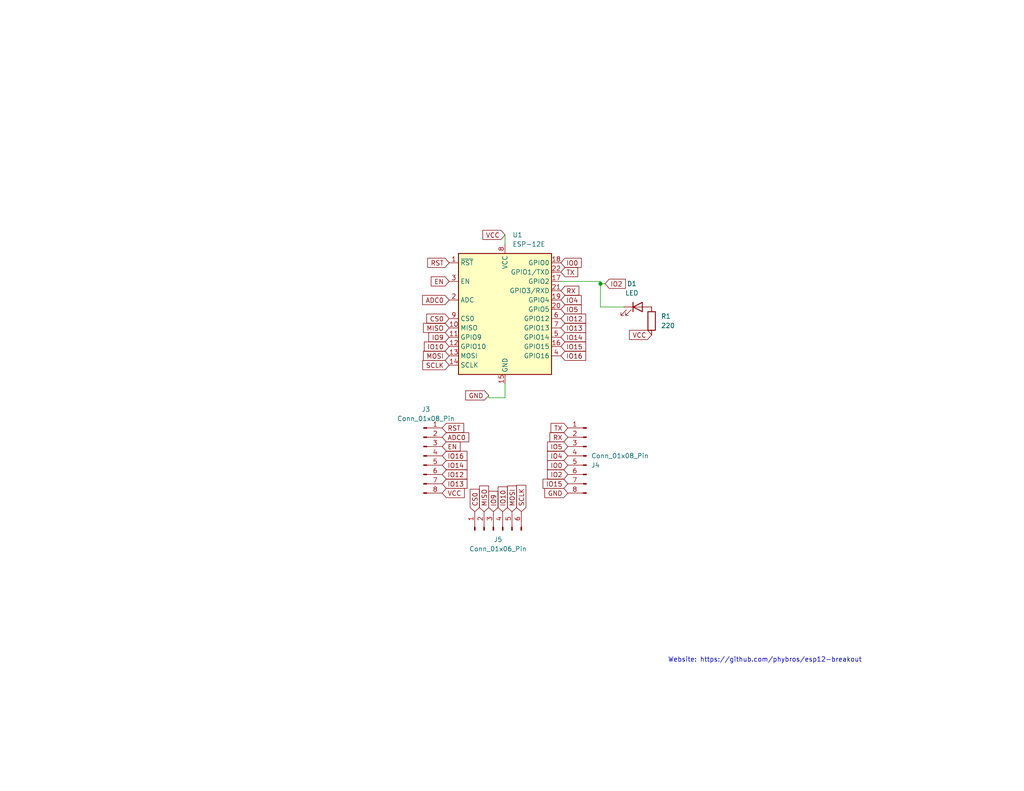
<source format=kicad_sch>
(kicad_sch
	(version 20231120)
	(generator "eeschema")
	(generator_version "8.0")
	(uuid "467bce9d-2345-40ec-a003-834a8658ef79")
	(paper "USLetter")
	(title_block
		(title "ESP-12E/F Breakout Board")
		(date "2022-10-18")
		(rev "1.1")
	)
	(lib_symbols
		(symbol "Connector:Conn_01x06_Pin"
			(pin_names
				(offset 1.016) hide)
			(exclude_from_sim no)
			(in_bom yes)
			(on_board yes)
			(property "Reference" "J"
				(at 0 7.62 0)
				(effects
					(font
						(size 1.27 1.27)
					)
				)
			)
			(property "Value" "Conn_01x06_Pin"
				(at 0 -10.16 0)
				(effects
					(font
						(size 1.27 1.27)
					)
				)
			)
			(property "Footprint" ""
				(at 0 0 0)
				(effects
					(font
						(size 1.27 1.27)
					)
					(hide yes)
				)
			)
			(property "Datasheet" "~"
				(at 0 0 0)
				(effects
					(font
						(size 1.27 1.27)
					)
					(hide yes)
				)
			)
			(property "Description" "Generic connector, single row, 01x06, script generated"
				(at 0 0 0)
				(effects
					(font
						(size 1.27 1.27)
					)
					(hide yes)
				)
			)
			(property "ki_locked" ""
				(at 0 0 0)
				(effects
					(font
						(size 1.27 1.27)
					)
				)
			)
			(property "ki_keywords" "connector"
				(at 0 0 0)
				(effects
					(font
						(size 1.27 1.27)
					)
					(hide yes)
				)
			)
			(property "ki_fp_filters" "Connector*:*_1x??_*"
				(at 0 0 0)
				(effects
					(font
						(size 1.27 1.27)
					)
					(hide yes)
				)
			)
			(symbol "Conn_01x06_Pin_1_1"
				(polyline
					(pts
						(xy 1.27 -7.62) (xy 0.8636 -7.62)
					)
					(stroke
						(width 0.1524)
						(type default)
					)
					(fill
						(type none)
					)
				)
				(polyline
					(pts
						(xy 1.27 -5.08) (xy 0.8636 -5.08)
					)
					(stroke
						(width 0.1524)
						(type default)
					)
					(fill
						(type none)
					)
				)
				(polyline
					(pts
						(xy 1.27 -2.54) (xy 0.8636 -2.54)
					)
					(stroke
						(width 0.1524)
						(type default)
					)
					(fill
						(type none)
					)
				)
				(polyline
					(pts
						(xy 1.27 0) (xy 0.8636 0)
					)
					(stroke
						(width 0.1524)
						(type default)
					)
					(fill
						(type none)
					)
				)
				(polyline
					(pts
						(xy 1.27 2.54) (xy 0.8636 2.54)
					)
					(stroke
						(width 0.1524)
						(type default)
					)
					(fill
						(type none)
					)
				)
				(polyline
					(pts
						(xy 1.27 5.08) (xy 0.8636 5.08)
					)
					(stroke
						(width 0.1524)
						(type default)
					)
					(fill
						(type none)
					)
				)
				(rectangle
					(start 0.8636 -7.493)
					(end 0 -7.747)
					(stroke
						(width 0.1524)
						(type default)
					)
					(fill
						(type outline)
					)
				)
				(rectangle
					(start 0.8636 -4.953)
					(end 0 -5.207)
					(stroke
						(width 0.1524)
						(type default)
					)
					(fill
						(type outline)
					)
				)
				(rectangle
					(start 0.8636 -2.413)
					(end 0 -2.667)
					(stroke
						(width 0.1524)
						(type default)
					)
					(fill
						(type outline)
					)
				)
				(rectangle
					(start 0.8636 0.127)
					(end 0 -0.127)
					(stroke
						(width 0.1524)
						(type default)
					)
					(fill
						(type outline)
					)
				)
				(rectangle
					(start 0.8636 2.667)
					(end 0 2.413)
					(stroke
						(width 0.1524)
						(type default)
					)
					(fill
						(type outline)
					)
				)
				(rectangle
					(start 0.8636 5.207)
					(end 0 4.953)
					(stroke
						(width 0.1524)
						(type default)
					)
					(fill
						(type outline)
					)
				)
				(pin passive line
					(at 5.08 5.08 180)
					(length 3.81)
					(name "Pin_1"
						(effects
							(font
								(size 1.27 1.27)
							)
						)
					)
					(number "1"
						(effects
							(font
								(size 1.27 1.27)
							)
						)
					)
				)
				(pin passive line
					(at 5.08 2.54 180)
					(length 3.81)
					(name "Pin_2"
						(effects
							(font
								(size 1.27 1.27)
							)
						)
					)
					(number "2"
						(effects
							(font
								(size 1.27 1.27)
							)
						)
					)
				)
				(pin passive line
					(at 5.08 0 180)
					(length 3.81)
					(name "Pin_3"
						(effects
							(font
								(size 1.27 1.27)
							)
						)
					)
					(number "3"
						(effects
							(font
								(size 1.27 1.27)
							)
						)
					)
				)
				(pin passive line
					(at 5.08 -2.54 180)
					(length 3.81)
					(name "Pin_4"
						(effects
							(font
								(size 1.27 1.27)
							)
						)
					)
					(number "4"
						(effects
							(font
								(size 1.27 1.27)
							)
						)
					)
				)
				(pin passive line
					(at 5.08 -5.08 180)
					(length 3.81)
					(name "Pin_5"
						(effects
							(font
								(size 1.27 1.27)
							)
						)
					)
					(number "5"
						(effects
							(font
								(size 1.27 1.27)
							)
						)
					)
				)
				(pin passive line
					(at 5.08 -7.62 180)
					(length 3.81)
					(name "Pin_6"
						(effects
							(font
								(size 1.27 1.27)
							)
						)
					)
					(number "6"
						(effects
							(font
								(size 1.27 1.27)
							)
						)
					)
				)
			)
		)
		(symbol "Connector:Conn_01x08_Pin"
			(pin_names
				(offset 1.016) hide)
			(exclude_from_sim no)
			(in_bom yes)
			(on_board yes)
			(property "Reference" "J"
				(at 0 10.16 0)
				(effects
					(font
						(size 1.27 1.27)
					)
				)
			)
			(property "Value" "Conn_01x08_Pin"
				(at 0 -12.7 0)
				(effects
					(font
						(size 1.27 1.27)
					)
				)
			)
			(property "Footprint" ""
				(at 0 0 0)
				(effects
					(font
						(size 1.27 1.27)
					)
					(hide yes)
				)
			)
			(property "Datasheet" "~"
				(at 0 0 0)
				(effects
					(font
						(size 1.27 1.27)
					)
					(hide yes)
				)
			)
			(property "Description" "Generic connector, single row, 01x08, script generated"
				(at 0 0 0)
				(effects
					(font
						(size 1.27 1.27)
					)
					(hide yes)
				)
			)
			(property "ki_locked" ""
				(at 0 0 0)
				(effects
					(font
						(size 1.27 1.27)
					)
				)
			)
			(property "ki_keywords" "connector"
				(at 0 0 0)
				(effects
					(font
						(size 1.27 1.27)
					)
					(hide yes)
				)
			)
			(property "ki_fp_filters" "Connector*:*_1x??_*"
				(at 0 0 0)
				(effects
					(font
						(size 1.27 1.27)
					)
					(hide yes)
				)
			)
			(symbol "Conn_01x08_Pin_1_1"
				(polyline
					(pts
						(xy 1.27 -10.16) (xy 0.8636 -10.16)
					)
					(stroke
						(width 0.1524)
						(type default)
					)
					(fill
						(type none)
					)
				)
				(polyline
					(pts
						(xy 1.27 -7.62) (xy 0.8636 -7.62)
					)
					(stroke
						(width 0.1524)
						(type default)
					)
					(fill
						(type none)
					)
				)
				(polyline
					(pts
						(xy 1.27 -5.08) (xy 0.8636 -5.08)
					)
					(stroke
						(width 0.1524)
						(type default)
					)
					(fill
						(type none)
					)
				)
				(polyline
					(pts
						(xy 1.27 -2.54) (xy 0.8636 -2.54)
					)
					(stroke
						(width 0.1524)
						(type default)
					)
					(fill
						(type none)
					)
				)
				(polyline
					(pts
						(xy 1.27 0) (xy 0.8636 0)
					)
					(stroke
						(width 0.1524)
						(type default)
					)
					(fill
						(type none)
					)
				)
				(polyline
					(pts
						(xy 1.27 2.54) (xy 0.8636 2.54)
					)
					(stroke
						(width 0.1524)
						(type default)
					)
					(fill
						(type none)
					)
				)
				(polyline
					(pts
						(xy 1.27 5.08) (xy 0.8636 5.08)
					)
					(stroke
						(width 0.1524)
						(type default)
					)
					(fill
						(type none)
					)
				)
				(polyline
					(pts
						(xy 1.27 7.62) (xy 0.8636 7.62)
					)
					(stroke
						(width 0.1524)
						(type default)
					)
					(fill
						(type none)
					)
				)
				(rectangle
					(start 0.8636 -10.033)
					(end 0 -10.287)
					(stroke
						(width 0.1524)
						(type default)
					)
					(fill
						(type outline)
					)
				)
				(rectangle
					(start 0.8636 -7.493)
					(end 0 -7.747)
					(stroke
						(width 0.1524)
						(type default)
					)
					(fill
						(type outline)
					)
				)
				(rectangle
					(start 0.8636 -4.953)
					(end 0 -5.207)
					(stroke
						(width 0.1524)
						(type default)
					)
					(fill
						(type outline)
					)
				)
				(rectangle
					(start 0.8636 -2.413)
					(end 0 -2.667)
					(stroke
						(width 0.1524)
						(type default)
					)
					(fill
						(type outline)
					)
				)
				(rectangle
					(start 0.8636 0.127)
					(end 0 -0.127)
					(stroke
						(width 0.1524)
						(type default)
					)
					(fill
						(type outline)
					)
				)
				(rectangle
					(start 0.8636 2.667)
					(end 0 2.413)
					(stroke
						(width 0.1524)
						(type default)
					)
					(fill
						(type outline)
					)
				)
				(rectangle
					(start 0.8636 5.207)
					(end 0 4.953)
					(stroke
						(width 0.1524)
						(type default)
					)
					(fill
						(type outline)
					)
				)
				(rectangle
					(start 0.8636 7.747)
					(end 0 7.493)
					(stroke
						(width 0.1524)
						(type default)
					)
					(fill
						(type outline)
					)
				)
				(pin passive line
					(at 5.08 7.62 180)
					(length 3.81)
					(name "Pin_1"
						(effects
							(font
								(size 1.27 1.27)
							)
						)
					)
					(number "1"
						(effects
							(font
								(size 1.27 1.27)
							)
						)
					)
				)
				(pin passive line
					(at 5.08 5.08 180)
					(length 3.81)
					(name "Pin_2"
						(effects
							(font
								(size 1.27 1.27)
							)
						)
					)
					(number "2"
						(effects
							(font
								(size 1.27 1.27)
							)
						)
					)
				)
				(pin passive line
					(at 5.08 2.54 180)
					(length 3.81)
					(name "Pin_3"
						(effects
							(font
								(size 1.27 1.27)
							)
						)
					)
					(number "3"
						(effects
							(font
								(size 1.27 1.27)
							)
						)
					)
				)
				(pin passive line
					(at 5.08 0 180)
					(length 3.81)
					(name "Pin_4"
						(effects
							(font
								(size 1.27 1.27)
							)
						)
					)
					(number "4"
						(effects
							(font
								(size 1.27 1.27)
							)
						)
					)
				)
				(pin passive line
					(at 5.08 -2.54 180)
					(length 3.81)
					(name "Pin_5"
						(effects
							(font
								(size 1.27 1.27)
							)
						)
					)
					(number "5"
						(effects
							(font
								(size 1.27 1.27)
							)
						)
					)
				)
				(pin passive line
					(at 5.08 -5.08 180)
					(length 3.81)
					(name "Pin_6"
						(effects
							(font
								(size 1.27 1.27)
							)
						)
					)
					(number "6"
						(effects
							(font
								(size 1.27 1.27)
							)
						)
					)
				)
				(pin passive line
					(at 5.08 -7.62 180)
					(length 3.81)
					(name "Pin_7"
						(effects
							(font
								(size 1.27 1.27)
							)
						)
					)
					(number "7"
						(effects
							(font
								(size 1.27 1.27)
							)
						)
					)
				)
				(pin passive line
					(at 5.08 -10.16 180)
					(length 3.81)
					(name "Pin_8"
						(effects
							(font
								(size 1.27 1.27)
							)
						)
					)
					(number "8"
						(effects
							(font
								(size 1.27 1.27)
							)
						)
					)
				)
			)
		)
		(symbol "Device:LED"
			(pin_numbers hide)
			(pin_names
				(offset 1.016) hide)
			(exclude_from_sim no)
			(in_bom yes)
			(on_board yes)
			(property "Reference" "D"
				(at 0 2.54 0)
				(effects
					(font
						(size 1.27 1.27)
					)
				)
			)
			(property "Value" "LED"
				(at 0 -2.54 0)
				(effects
					(font
						(size 1.27 1.27)
					)
				)
			)
			(property "Footprint" ""
				(at 0 0 0)
				(effects
					(font
						(size 1.27 1.27)
					)
					(hide yes)
				)
			)
			(property "Datasheet" "~"
				(at 0 0 0)
				(effects
					(font
						(size 1.27 1.27)
					)
					(hide yes)
				)
			)
			(property "Description" "Light emitting diode"
				(at 0 0 0)
				(effects
					(font
						(size 1.27 1.27)
					)
					(hide yes)
				)
			)
			(property "ki_keywords" "LED diode"
				(at 0 0 0)
				(effects
					(font
						(size 1.27 1.27)
					)
					(hide yes)
				)
			)
			(property "ki_fp_filters" "LED* LED_SMD:* LED_THT:*"
				(at 0 0 0)
				(effects
					(font
						(size 1.27 1.27)
					)
					(hide yes)
				)
			)
			(symbol "LED_0_1"
				(polyline
					(pts
						(xy -1.27 -1.27) (xy -1.27 1.27)
					)
					(stroke
						(width 0.254)
						(type default)
					)
					(fill
						(type none)
					)
				)
				(polyline
					(pts
						(xy -1.27 0) (xy 1.27 0)
					)
					(stroke
						(width 0)
						(type default)
					)
					(fill
						(type none)
					)
				)
				(polyline
					(pts
						(xy 1.27 -1.27) (xy 1.27 1.27) (xy -1.27 0) (xy 1.27 -1.27)
					)
					(stroke
						(width 0.254)
						(type default)
					)
					(fill
						(type none)
					)
				)
				(polyline
					(pts
						(xy -3.048 -0.762) (xy -4.572 -2.286) (xy -3.81 -2.286) (xy -4.572 -2.286) (xy -4.572 -1.524)
					)
					(stroke
						(width 0)
						(type default)
					)
					(fill
						(type none)
					)
				)
				(polyline
					(pts
						(xy -1.778 -0.762) (xy -3.302 -2.286) (xy -2.54 -2.286) (xy -3.302 -2.286) (xy -3.302 -1.524)
					)
					(stroke
						(width 0)
						(type default)
					)
					(fill
						(type none)
					)
				)
			)
			(symbol "LED_1_1"
				(pin passive line
					(at -3.81 0 0)
					(length 2.54)
					(name "K"
						(effects
							(font
								(size 1.27 1.27)
							)
						)
					)
					(number "1"
						(effects
							(font
								(size 1.27 1.27)
							)
						)
					)
				)
				(pin passive line
					(at 3.81 0 180)
					(length 2.54)
					(name "A"
						(effects
							(font
								(size 1.27 1.27)
							)
						)
					)
					(number "2"
						(effects
							(font
								(size 1.27 1.27)
							)
						)
					)
				)
			)
		)
		(symbol "Device:R"
			(pin_numbers hide)
			(pin_names
				(offset 0)
			)
			(exclude_from_sim no)
			(in_bom yes)
			(on_board yes)
			(property "Reference" "R"
				(at 2.032 0 90)
				(effects
					(font
						(size 1.27 1.27)
					)
				)
			)
			(property "Value" "R"
				(at 0 0 90)
				(effects
					(font
						(size 1.27 1.27)
					)
				)
			)
			(property "Footprint" ""
				(at -1.778 0 90)
				(effects
					(font
						(size 1.27 1.27)
					)
					(hide yes)
				)
			)
			(property "Datasheet" "~"
				(at 0 0 0)
				(effects
					(font
						(size 1.27 1.27)
					)
					(hide yes)
				)
			)
			(property "Description" "Resistor"
				(at 0 0 0)
				(effects
					(font
						(size 1.27 1.27)
					)
					(hide yes)
				)
			)
			(property "ki_keywords" "R res resistor"
				(at 0 0 0)
				(effects
					(font
						(size 1.27 1.27)
					)
					(hide yes)
				)
			)
			(property "ki_fp_filters" "R_*"
				(at 0 0 0)
				(effects
					(font
						(size 1.27 1.27)
					)
					(hide yes)
				)
			)
			(symbol "R_0_1"
				(rectangle
					(start -1.016 -2.54)
					(end 1.016 2.54)
					(stroke
						(width 0.254)
						(type default)
					)
					(fill
						(type none)
					)
				)
			)
			(symbol "R_1_1"
				(pin passive line
					(at 0 3.81 270)
					(length 1.27)
					(name "~"
						(effects
							(font
								(size 1.27 1.27)
							)
						)
					)
					(number "1"
						(effects
							(font
								(size 1.27 1.27)
							)
						)
					)
				)
				(pin passive line
					(at 0 -3.81 90)
					(length 1.27)
					(name "~"
						(effects
							(font
								(size 1.27 1.27)
							)
						)
					)
					(number "2"
						(effects
							(font
								(size 1.27 1.27)
							)
						)
					)
				)
			)
		)
		(symbol "RF_Module:ESP-12E"
			(exclude_from_sim no)
			(in_bom yes)
			(on_board yes)
			(property "Reference" "U"
				(at -12.7 19.05 0)
				(effects
					(font
						(size 1.27 1.27)
					)
					(justify left)
				)
			)
			(property "Value" "ESP-12E"
				(at 12.7 19.05 0)
				(effects
					(font
						(size 1.27 1.27)
					)
					(justify right)
				)
			)
			(property "Footprint" "RF_Module:ESP-12E"
				(at 0 0 0)
				(effects
					(font
						(size 1.27 1.27)
					)
					(hide yes)
				)
			)
			(property "Datasheet" "http://wiki.ai-thinker.com/_media/esp8266/esp8266_series_modules_user_manual_v1.1.pdf"
				(at -8.89 2.54 0)
				(effects
					(font
						(size 1.27 1.27)
					)
					(hide yes)
				)
			)
			(property "Description" "802.11 b/g/n Wi-Fi Module"
				(at 0 0 0)
				(effects
					(font
						(size 1.27 1.27)
					)
					(hide yes)
				)
			)
			(property "ki_keywords" "802.11 Wi-Fi"
				(at 0 0 0)
				(effects
					(font
						(size 1.27 1.27)
					)
					(hide yes)
				)
			)
			(property "ki_fp_filters" "ESP?12*"
				(at 0 0 0)
				(effects
					(font
						(size 1.27 1.27)
					)
					(hide yes)
				)
			)
			(symbol "ESP-12E_0_1"
				(rectangle
					(start -12.7 17.78)
					(end 12.7 -15.24)
					(stroke
						(width 0.254)
						(type default)
					)
					(fill
						(type background)
					)
				)
			)
			(symbol "ESP-12E_1_1"
				(pin input line
					(at -15.24 15.24 0)
					(length 2.54)
					(name "~{RST}"
						(effects
							(font
								(size 1.27 1.27)
							)
						)
					)
					(number "1"
						(effects
							(font
								(size 1.27 1.27)
							)
						)
					)
				)
				(pin bidirectional line
					(at -15.24 -2.54 0)
					(length 2.54)
					(name "MISO"
						(effects
							(font
								(size 1.27 1.27)
							)
						)
					)
					(number "10"
						(effects
							(font
								(size 1.27 1.27)
							)
						)
					)
				)
				(pin bidirectional line
					(at -15.24 -5.08 0)
					(length 2.54)
					(name "GPIO9"
						(effects
							(font
								(size 1.27 1.27)
							)
						)
					)
					(number "11"
						(effects
							(font
								(size 1.27 1.27)
							)
						)
					)
				)
				(pin bidirectional line
					(at -15.24 -7.62 0)
					(length 2.54)
					(name "GPIO10"
						(effects
							(font
								(size 1.27 1.27)
							)
						)
					)
					(number "12"
						(effects
							(font
								(size 1.27 1.27)
							)
						)
					)
				)
				(pin bidirectional line
					(at -15.24 -10.16 0)
					(length 2.54)
					(name "MOSI"
						(effects
							(font
								(size 1.27 1.27)
							)
						)
					)
					(number "13"
						(effects
							(font
								(size 1.27 1.27)
							)
						)
					)
				)
				(pin bidirectional line
					(at -15.24 -12.7 0)
					(length 2.54)
					(name "SCLK"
						(effects
							(font
								(size 1.27 1.27)
							)
						)
					)
					(number "14"
						(effects
							(font
								(size 1.27 1.27)
							)
						)
					)
				)
				(pin power_in line
					(at 0 -17.78 90)
					(length 2.54)
					(name "GND"
						(effects
							(font
								(size 1.27 1.27)
							)
						)
					)
					(number "15"
						(effects
							(font
								(size 1.27 1.27)
							)
						)
					)
				)
				(pin bidirectional line
					(at 15.24 -7.62 180)
					(length 2.54)
					(name "GPIO15"
						(effects
							(font
								(size 1.27 1.27)
							)
						)
					)
					(number "16"
						(effects
							(font
								(size 1.27 1.27)
							)
						)
					)
				)
				(pin bidirectional line
					(at 15.24 10.16 180)
					(length 2.54)
					(name "GPIO2"
						(effects
							(font
								(size 1.27 1.27)
							)
						)
					)
					(number "17"
						(effects
							(font
								(size 1.27 1.27)
							)
						)
					)
				)
				(pin bidirectional line
					(at 15.24 15.24 180)
					(length 2.54)
					(name "GPIO0"
						(effects
							(font
								(size 1.27 1.27)
							)
						)
					)
					(number "18"
						(effects
							(font
								(size 1.27 1.27)
							)
						)
					)
				)
				(pin bidirectional line
					(at 15.24 5.08 180)
					(length 2.54)
					(name "GPIO4"
						(effects
							(font
								(size 1.27 1.27)
							)
						)
					)
					(number "19"
						(effects
							(font
								(size 1.27 1.27)
							)
						)
					)
				)
				(pin input line
					(at -15.24 5.08 0)
					(length 2.54)
					(name "ADC"
						(effects
							(font
								(size 1.27 1.27)
							)
						)
					)
					(number "2"
						(effects
							(font
								(size 1.27 1.27)
							)
						)
					)
				)
				(pin bidirectional line
					(at 15.24 2.54 180)
					(length 2.54)
					(name "GPIO5"
						(effects
							(font
								(size 1.27 1.27)
							)
						)
					)
					(number "20"
						(effects
							(font
								(size 1.27 1.27)
							)
						)
					)
				)
				(pin bidirectional line
					(at 15.24 7.62 180)
					(length 2.54)
					(name "GPIO3/RXD"
						(effects
							(font
								(size 1.27 1.27)
							)
						)
					)
					(number "21"
						(effects
							(font
								(size 1.27 1.27)
							)
						)
					)
				)
				(pin bidirectional line
					(at 15.24 12.7 180)
					(length 2.54)
					(name "GPIO1/TXD"
						(effects
							(font
								(size 1.27 1.27)
							)
						)
					)
					(number "22"
						(effects
							(font
								(size 1.27 1.27)
							)
						)
					)
				)
				(pin input line
					(at -15.24 10.16 0)
					(length 2.54)
					(name "EN"
						(effects
							(font
								(size 1.27 1.27)
							)
						)
					)
					(number "3"
						(effects
							(font
								(size 1.27 1.27)
							)
						)
					)
				)
				(pin bidirectional line
					(at 15.24 -10.16 180)
					(length 2.54)
					(name "GPIO16"
						(effects
							(font
								(size 1.27 1.27)
							)
						)
					)
					(number "4"
						(effects
							(font
								(size 1.27 1.27)
							)
						)
					)
				)
				(pin bidirectional line
					(at 15.24 -5.08 180)
					(length 2.54)
					(name "GPIO14"
						(effects
							(font
								(size 1.27 1.27)
							)
						)
					)
					(number "5"
						(effects
							(font
								(size 1.27 1.27)
							)
						)
					)
				)
				(pin bidirectional line
					(at 15.24 0 180)
					(length 2.54)
					(name "GPIO12"
						(effects
							(font
								(size 1.27 1.27)
							)
						)
					)
					(number "6"
						(effects
							(font
								(size 1.27 1.27)
							)
						)
					)
				)
				(pin bidirectional line
					(at 15.24 -2.54 180)
					(length 2.54)
					(name "GPIO13"
						(effects
							(font
								(size 1.27 1.27)
							)
						)
					)
					(number "7"
						(effects
							(font
								(size 1.27 1.27)
							)
						)
					)
				)
				(pin power_in line
					(at 0 20.32 270)
					(length 2.54)
					(name "VCC"
						(effects
							(font
								(size 1.27 1.27)
							)
						)
					)
					(number "8"
						(effects
							(font
								(size 1.27 1.27)
							)
						)
					)
				)
				(pin input line
					(at -15.24 0 0)
					(length 2.54)
					(name "CS0"
						(effects
							(font
								(size 1.27 1.27)
							)
						)
					)
					(number "9"
						(effects
							(font
								(size 1.27 1.27)
							)
						)
					)
				)
			)
		)
	)
	(junction
		(at 163.83 77.47)
		(diameter 0)
		(color 0 0 0 0)
		(uuid "5dba9052-5ce7-4723-97f6-317bb7c1c062")
	)
	(wire
		(pts
			(xy 163.83 76.835) (xy 153.035 76.835)
		)
		(stroke
			(width 0)
			(type default)
		)
		(uuid "0ceafd87-e22f-40bc-85bd-5c614e016aea")
	)
	(wire
		(pts
			(xy 163.83 83.82) (xy 163.83 77.47)
		)
		(stroke
			(width 0)
			(type default)
		)
		(uuid "272be096-912d-4045-9353-64a86b0f3454")
	)
	(wire
		(pts
			(xy 163.83 77.47) (xy 163.83 76.835)
		)
		(stroke
			(width 0)
			(type default)
		)
		(uuid "28f8bcd7-8eef-45be-88c2-e1a2c83a3b39")
	)
	(wire
		(pts
			(xy 137.795 64.135) (xy 137.795 66.675)
		)
		(stroke
			(width 0)
			(type default)
		)
		(uuid "558dd130-eb2a-42e8-84b3-b21b8838be84")
	)
	(wire
		(pts
			(xy 165.1 77.47) (xy 163.83 77.47)
		)
		(stroke
			(width 0)
			(type default)
		)
		(uuid "583277bf-244c-41a6-9850-01c121a821d9")
	)
	(wire
		(pts
			(xy 137.795 108.585) (xy 137.795 104.775)
		)
		(stroke
			(width 0)
			(type default)
		)
		(uuid "72f49b90-c474-4788-91ce-cfba8b15ade0")
	)
	(wire
		(pts
			(xy 133.35 108.585) (xy 137.795 108.585)
		)
		(stroke
			(width 0)
			(type default)
		)
		(uuid "a5e1707e-923b-4360-ae15-846bc428c81a")
	)
	(wire
		(pts
			(xy 170.18 83.82) (xy 163.83 83.82)
		)
		(stroke
			(width 0)
			(type default)
		)
		(uuid "b12b856d-6067-4c9d-b464-eede84cbbcab")
	)
	(wire
		(pts
			(xy 133.35 108.585) (xy 133.35 107.95)
		)
		(stroke
			(width 0)
			(type default)
		)
		(uuid "e4b8e901-d103-4159-a651-e8e845587554")
	)
	(text "Website: https://github.com/phybros/esp12-breakout"
		(exclude_from_sim no)
		(at 182.245 180.975 0)
		(effects
			(font
				(size 1.27 1.27)
			)
			(justify left bottom)
		)
		(uuid "9888190f-d74e-4e6b-8e29-b9a3a4f05365")
	)
	(global_label "IO12"
		(shape input)
		(at 153.035 86.995 0)
		(fields_autoplaced yes)
		(effects
			(font
				(size 1.27 1.27)
			)
			(justify left)
		)
		(uuid "01a32a22-06d9-4704-8d3e-5aa15175f00a")
		(property "Intersheetrefs" "${INTERSHEET_REFS}"
			(at 159.8024 86.9156 0)
			(effects
				(font
					(size 1.27 1.27)
				)
				(justify left)
				(hide yes)
			)
		)
	)
	(global_label "IO10"
		(shape input)
		(at 137.16 139.7 90)
		(fields_autoplaced yes)
		(effects
			(font
				(size 1.27 1.27)
			)
			(justify left)
		)
		(uuid "03f36489-7219-41b3-965a-9296f2c83d71")
		(property "Intersheetrefs" "${INTERSHEET_REFS}"
			(at 137.16 132.3605 90)
			(effects
				(font
					(size 1.27 1.27)
				)
				(justify left)
				(hide yes)
			)
		)
	)
	(global_label "RST"
		(shape input)
		(at 120.65 116.84 0)
		(fields_autoplaced yes)
		(effects
			(font
				(size 1.27 1.27)
			)
			(justify left)
		)
		(uuid "042f0568-5aab-4d92-ae69-7e30f8ce9a8e")
		(property "Intersheetrefs" "${INTERSHEET_REFS}"
			(at 126.5102 116.7606 0)
			(effects
				(font
					(size 1.27 1.27)
				)
				(justify left)
				(hide yes)
			)
		)
	)
	(global_label "VCC"
		(shape input)
		(at 137.795 64.135 180)
		(fields_autoplaced yes)
		(effects
			(font
				(size 1.27 1.27)
			)
			(justify right)
		)
		(uuid "07928d11-226a-4bf4-86ad-c97876d49ba6")
		(property "Intersheetrefs" "${INTERSHEET_REFS}"
			(at 131.7533 64.0556 0)
			(effects
				(font
					(size 1.27 1.27)
				)
				(justify right)
				(hide yes)
			)
		)
	)
	(global_label "IO16"
		(shape input)
		(at 153.035 97.155 0)
		(fields_autoplaced yes)
		(effects
			(font
				(size 1.27 1.27)
			)
			(justify left)
		)
		(uuid "0b996505-53cd-4ce0-b740-1e0689972d0e")
		(property "Intersheetrefs" "${INTERSHEET_REFS}"
			(at 159.8024 97.0756 0)
			(effects
				(font
					(size 1.27 1.27)
				)
				(justify left)
				(hide yes)
			)
		)
	)
	(global_label "IO0"
		(shape input)
		(at 153.035 71.755 0)
		(fields_autoplaced yes)
		(effects
			(font
				(size 1.27 1.27)
			)
			(justify left)
		)
		(uuid "0c9e1c94-fe14-4895-896f-8dc283d55d5d")
		(property "Intersheetrefs" "${INTERSHEET_REFS}"
			(at 158.5929 71.6756 0)
			(effects
				(font
					(size 1.27 1.27)
				)
				(justify left)
				(hide yes)
			)
		)
	)
	(global_label "IO14"
		(shape input)
		(at 120.65 127 0)
		(fields_autoplaced yes)
		(effects
			(font
				(size 1.27 1.27)
			)
			(justify left)
		)
		(uuid "0dd3cae4-9b82-4466-8937-a0fbc7b954c8")
		(property "Intersheetrefs" "${INTERSHEET_REFS}"
			(at 127.4174 126.9206 0)
			(effects
				(font
					(size 1.27 1.27)
				)
				(justify left)
				(hide yes)
			)
		)
	)
	(global_label "IO2"
		(shape input)
		(at 165.1 77.47 0)
		(fields_autoplaced yes)
		(effects
			(font
				(size 1.27 1.27)
			)
			(justify left)
		)
		(uuid "1b5facd1-d671-4ea6-ab4b-198a1c8c8bf7")
		(property "Intersheetrefs" "${INTERSHEET_REFS}"
			(at 170.6579 77.3906 0)
			(effects
				(font
					(size 1.27 1.27)
				)
				(justify left)
				(hide yes)
			)
		)
	)
	(global_label "IO14"
		(shape input)
		(at 153.035 92.075 0)
		(fields_autoplaced yes)
		(effects
			(font
				(size 1.27 1.27)
			)
			(justify left)
		)
		(uuid "2079041e-e257-4ee9-a217-8af0c624e3f6")
		(property "Intersheetrefs" "${INTERSHEET_REFS}"
			(at 159.8024 91.9956 0)
			(effects
				(font
					(size 1.27 1.27)
				)
				(justify left)
				(hide yes)
			)
		)
	)
	(global_label "IO15"
		(shape input)
		(at 153.035 94.615 0)
		(fields_autoplaced yes)
		(effects
			(font
				(size 1.27 1.27)
			)
			(justify left)
		)
		(uuid "22c70708-a324-473b-980c-59674b0657e1")
		(property "Intersheetrefs" "${INTERSHEET_REFS}"
			(at 159.8024 94.5356 0)
			(effects
				(font
					(size 1.27 1.27)
				)
				(justify left)
				(hide yes)
			)
		)
	)
	(global_label "SCLK"
		(shape input)
		(at 142.24 139.7 90)
		(fields_autoplaced yes)
		(effects
			(font
				(size 1.27 1.27)
			)
			(justify left)
		)
		(uuid "230143e7-64b0-461b-a3da-a31eed6bda68")
		(property "Intersheetrefs" "${INTERSHEET_REFS}"
			(at 142.24 131.9372 90)
			(effects
				(font
					(size 1.27 1.27)
				)
				(justify left)
				(hide yes)
			)
		)
	)
	(global_label "MISO"
		(shape input)
		(at 122.555 89.535 180)
		(fields_autoplaced yes)
		(effects
			(font
				(size 1.27 1.27)
			)
			(justify right)
		)
		(uuid "24708bd1-dc76-489a-b936-3b07e62a9fe2")
		(property "Intersheetrefs" "${INTERSHEET_REFS}"
			(at 115.5457 89.4556 0)
			(effects
				(font
					(size 1.27 1.27)
				)
				(justify right)
				(hide yes)
			)
		)
	)
	(global_label "IO9"
		(shape input)
		(at 122.555 92.075 180)
		(fields_autoplaced yes)
		(effects
			(font
				(size 1.27 1.27)
			)
			(justify right)
		)
		(uuid "2b9e41b8-9b0e-4fad-a538-b350e5c2f1b5")
		(property "Intersheetrefs" "${INTERSHEET_REFS}"
			(at 116.9971 91.9956 0)
			(effects
				(font
					(size 1.27 1.27)
				)
				(justify right)
				(hide yes)
			)
		)
	)
	(global_label "IO0"
		(shape input)
		(at 154.94 127 180)
		(fields_autoplaced yes)
		(effects
			(font
				(size 1.27 1.27)
			)
			(justify right)
		)
		(uuid "3d313f4b-8c95-4597-8728-4a8d08b08a2e")
		(property "Intersheetrefs" "${INTERSHEET_REFS}"
			(at 148.81 127 0)
			(effects
				(font
					(size 1.27 1.27)
				)
				(justify right)
				(hide yes)
			)
		)
	)
	(global_label "RX"
		(shape input)
		(at 153.035 79.375 0)
		(fields_autoplaced yes)
		(effects
			(font
				(size 1.27 1.27)
			)
			(justify left)
		)
		(uuid "491059b9-5df2-4602-b790-e8db3409942a")
		(property "Intersheetrefs" "${INTERSHEET_REFS}"
			(at 157.9276 79.2956 0)
			(effects
				(font
					(size 1.27 1.27)
				)
				(justify left)
				(hide yes)
			)
		)
	)
	(global_label "EN"
		(shape input)
		(at 120.65 121.92 0)
		(fields_autoplaced yes)
		(effects
			(font
				(size 1.27 1.27)
			)
			(justify left)
		)
		(uuid "498bc5b7-0bc9-4b1c-8aba-d17df0a5366c")
		(property "Intersheetrefs" "${INTERSHEET_REFS}"
			(at 125.5426 121.8406 0)
			(effects
				(font
					(size 1.27 1.27)
				)
				(justify left)
				(hide yes)
			)
		)
	)
	(global_label "IO13"
		(shape input)
		(at 153.035 89.535 0)
		(fields_autoplaced yes)
		(effects
			(font
				(size 1.27 1.27)
			)
			(justify left)
		)
		(uuid "5b4454e8-6fc6-46d7-87eb-f545d0027d15")
		(property "Intersheetrefs" "${INTERSHEET_REFS}"
			(at 159.8024 89.4556 0)
			(effects
				(font
					(size 1.27 1.27)
				)
				(justify left)
				(hide yes)
			)
		)
	)
	(global_label "GND"
		(shape input)
		(at 154.94 134.62 180)
		(fields_autoplaced yes)
		(effects
			(font
				(size 1.27 1.27)
			)
			(justify right)
		)
		(uuid "5f02cf7f-f123-4714-925d-5dd7d2346f64")
		(property "Intersheetrefs" "${INTERSHEET_REFS}"
			(at 148.6564 134.5406 0)
			(effects
				(font
					(size 1.27 1.27)
				)
				(justify right)
				(hide yes)
			)
		)
	)
	(global_label "IO4"
		(shape input)
		(at 153.035 81.915 0)
		(fields_autoplaced yes)
		(effects
			(font
				(size 1.27 1.27)
			)
			(justify left)
		)
		(uuid "5fd3555a-e470-48d9-bfde-bc779de88933")
		(property "Intersheetrefs" "${INTERSHEET_REFS}"
			(at 158.5929 81.8356 0)
			(effects
				(font
					(size 1.27 1.27)
				)
				(justify left)
				(hide yes)
			)
		)
	)
	(global_label "MOSI"
		(shape input)
		(at 139.7 139.7 90)
		(fields_autoplaced yes)
		(effects
			(font
				(size 1.27 1.27)
			)
			(justify left)
		)
		(uuid "63f49c95-daf5-4752-88ae-45464a7a54f2")
		(property "Intersheetrefs" "${INTERSHEET_REFS}"
			(at 139.7 132.1186 90)
			(effects
				(font
					(size 1.27 1.27)
				)
				(justify left)
				(hide yes)
			)
		)
	)
	(global_label "IO2"
		(shape input)
		(at 154.94 129.54 180)
		(fields_autoplaced yes)
		(effects
			(font
				(size 1.27 1.27)
			)
			(justify right)
		)
		(uuid "642030c5-e2e0-4ee2-9424-23108a30d466")
		(property "Intersheetrefs" "${INTERSHEET_REFS}"
			(at 148.81 129.54 0)
			(effects
				(font
					(size 1.27 1.27)
				)
				(justify right)
				(hide yes)
			)
		)
	)
	(global_label "GND"
		(shape input)
		(at 133.35 107.95 180)
		(fields_autoplaced yes)
		(effects
			(font
				(size 1.27 1.27)
			)
			(justify right)
		)
		(uuid "668b8bcc-c4cf-4c8d-b14a-9bf9852f481e")
		(property "Intersheetrefs" "${INTERSHEET_REFS}"
			(at 127.0664 107.8706 0)
			(effects
				(font
					(size 1.27 1.27)
				)
				(justify right)
				(hide yes)
			)
		)
	)
	(global_label "ADC0"
		(shape input)
		(at 120.65 119.38 0)
		(fields_autoplaced yes)
		(effects
			(font
				(size 1.27 1.27)
			)
			(justify left)
		)
		(uuid "68842cbc-2f23-47e0-a9f5-2ee05e4265a7")
		(property "Intersheetrefs" "${INTERSHEET_REFS}"
			(at 127.9012 119.3006 0)
			(effects
				(font
					(size 1.27 1.27)
				)
				(justify left)
				(hide yes)
			)
		)
	)
	(global_label "ADC0"
		(shape input)
		(at 122.555 81.915 180)
		(fields_autoplaced yes)
		(effects
			(font
				(size 1.27 1.27)
			)
			(justify right)
		)
		(uuid "86311b5a-5a86-4a35-baff-622c7ce4fded")
		(property "Intersheetrefs" "${INTERSHEET_REFS}"
			(at 115.3038 81.8356 0)
			(effects
				(font
					(size 1.27 1.27)
				)
				(justify right)
				(hide yes)
			)
		)
	)
	(global_label "TX"
		(shape input)
		(at 154.94 116.84 180)
		(fields_autoplaced yes)
		(effects
			(font
				(size 1.27 1.27)
			)
			(justify right)
		)
		(uuid "883a1907-2829-49af-a289-b2fcbace582b")
		(property "Intersheetrefs" "${INTERSHEET_REFS}"
			(at 149.7777 116.84 0)
			(effects
				(font
					(size 1.27 1.27)
				)
				(justify right)
				(hide yes)
			)
		)
	)
	(global_label "TX"
		(shape input)
		(at 153.035 74.295 0)
		(fields_autoplaced yes)
		(effects
			(font
				(size 1.27 1.27)
			)
			(justify left)
		)
		(uuid "993a8c98-63f2-4ea4-8ace-e0b1a624235b")
		(property "Intersheetrefs" "${INTERSHEET_REFS}"
			(at 157.6252 74.2156 0)
			(effects
				(font
					(size 1.27 1.27)
				)
				(justify left)
				(hide yes)
			)
		)
	)
	(global_label "IO15"
		(shape input)
		(at 154.94 132.08 180)
		(fields_autoplaced yes)
		(effects
			(font
				(size 1.27 1.27)
			)
			(justify right)
		)
		(uuid "9de9d5b0-3a3f-4b49-ad89-5d493385d362")
		(property "Intersheetrefs" "${INTERSHEET_REFS}"
			(at 147.6005 132.08 0)
			(effects
				(font
					(size 1.27 1.27)
				)
				(justify right)
				(hide yes)
			)
		)
	)
	(global_label "EN"
		(shape input)
		(at 122.555 76.835 180)
		(fields_autoplaced yes)
		(effects
			(font
				(size 1.27 1.27)
			)
			(justify right)
		)
		(uuid "a519296d-78b4-4b76-a520-81a2fea46381")
		(property "Intersheetrefs" "${INTERSHEET_REFS}"
			(at 117.6624 76.7556 0)
			(effects
				(font
					(size 1.27 1.27)
				)
				(justify right)
				(hide yes)
			)
		)
	)
	(global_label "VCC"
		(shape input)
		(at 120.65 134.62 0)
		(fields_autoplaced yes)
		(effects
			(font
				(size 1.27 1.27)
			)
			(justify left)
		)
		(uuid "ad73d8e2-9636-4364-9a6e-8efc6cc9f9e9")
		(property "Intersheetrefs" "${INTERSHEET_REFS}"
			(at 127.2638 134.62 0)
			(effects
				(font
					(size 1.27 1.27)
				)
				(justify left)
				(hide yes)
			)
		)
	)
	(global_label "MOSI"
		(shape input)
		(at 122.555 97.155 180)
		(fields_autoplaced yes)
		(effects
			(font
				(size 1.27 1.27)
			)
			(justify right)
		)
		(uuid "ae7ee291-50ec-4213-8068-f6d07b41c925")
		(property "Intersheetrefs" "${INTERSHEET_REFS}"
			(at 115.5457 97.0756 0)
			(effects
				(font
					(size 1.27 1.27)
				)
				(justify right)
				(hide yes)
			)
		)
	)
	(global_label "SCLK"
		(shape input)
		(at 122.555 99.695 180)
		(fields_autoplaced yes)
		(effects
			(font
				(size 1.27 1.27)
			)
			(justify right)
		)
		(uuid "b4f1fc6d-c732-4666-82f8-664f0198c020")
		(property "Intersheetrefs" "${INTERSHEET_REFS}"
			(at 115.3643 99.6156 0)
			(effects
				(font
					(size 1.27 1.27)
				)
				(justify right)
				(hide yes)
			)
		)
	)
	(global_label "IO12"
		(shape input)
		(at 120.65 129.54 0)
		(fields_autoplaced yes)
		(effects
			(font
				(size 1.27 1.27)
			)
			(justify left)
		)
		(uuid "b88e9fad-a9d2-4e36-bda0-afd1b80e8e77")
		(property "Intersheetrefs" "${INTERSHEET_REFS}"
			(at 127.4174 129.4606 0)
			(effects
				(font
					(size 1.27 1.27)
				)
				(justify left)
				(hide yes)
			)
		)
	)
	(global_label "CS0"
		(shape input)
		(at 129.54 139.7 90)
		(fields_autoplaced yes)
		(effects
			(font
				(size 1.27 1.27)
			)
			(justify left)
		)
		(uuid "b984ac1f-b519-49fc-b691-1fe592bfcd26")
		(property "Intersheetrefs" "${INTERSHEET_REFS}"
			(at 129.54 133.0258 90)
			(effects
				(font
					(size 1.27 1.27)
				)
				(justify left)
				(hide yes)
			)
		)
	)
	(global_label "IO4"
		(shape input)
		(at 154.94 124.46 180)
		(fields_autoplaced yes)
		(effects
			(font
				(size 1.27 1.27)
			)
			(justify right)
		)
		(uuid "bc676182-076e-4776-8acb-a5df89fa28a1")
		(property "Intersheetrefs" "${INTERSHEET_REFS}"
			(at 148.81 124.46 0)
			(effects
				(font
					(size 1.27 1.27)
				)
				(justify right)
				(hide yes)
			)
		)
	)
	(global_label "IO5"
		(shape input)
		(at 153.035 84.455 0)
		(fields_autoplaced yes)
		(effects
			(font
				(size 1.27 1.27)
			)
			(justify left)
		)
		(uuid "c3eff79d-cdf8-48fd-a715-b87417688425")
		(property "Intersheetrefs" "${INTERSHEET_REFS}"
			(at 158.5929 84.3756 0)
			(effects
				(font
					(size 1.27 1.27)
				)
				(justify left)
				(hide yes)
			)
		)
	)
	(global_label "CS0"
		(shape input)
		(at 122.555 86.995 180)
		(fields_autoplaced yes)
		(effects
			(font
				(size 1.27 1.27)
			)
			(justify right)
		)
		(uuid "c4a06ade-08c8-42c3-89b4-197401805ac8")
		(property "Intersheetrefs" "${INTERSHEET_REFS}"
			(at 116.4529 86.9156 0)
			(effects
				(font
					(size 1.27 1.27)
				)
				(justify right)
				(hide yes)
			)
		)
	)
	(global_label "IO5"
		(shape input)
		(at 154.94 121.92 180)
		(fields_autoplaced yes)
		(effects
			(font
				(size 1.27 1.27)
			)
			(justify right)
		)
		(uuid "cb9b6d7f-b6a9-4d1f-adeb-0c04aa7a88b6")
		(property "Intersheetrefs" "${INTERSHEET_REFS}"
			(at 148.81 121.92 0)
			(effects
				(font
					(size 1.27 1.27)
				)
				(justify right)
				(hide yes)
			)
		)
	)
	(global_label "IO13"
		(shape input)
		(at 120.65 132.08 0)
		(fields_autoplaced yes)
		(effects
			(font
				(size 1.27 1.27)
			)
			(justify left)
		)
		(uuid "cc2fce9d-4327-48e7-8bdb-b308099d80f3")
		(property "Intersheetrefs" "${INTERSHEET_REFS}"
			(at 127.4174 132.0006 0)
			(effects
				(font
					(size 1.27 1.27)
				)
				(justify left)
				(hide yes)
			)
		)
	)
	(global_label "MISO"
		(shape input)
		(at 132.08 139.7 90)
		(fields_autoplaced yes)
		(effects
			(font
				(size 1.27 1.27)
			)
			(justify left)
		)
		(uuid "dc29c20c-0ac2-42a1-b371-4d8a0d030937")
		(property "Intersheetrefs" "${INTERSHEET_REFS}"
			(at 132.08 132.1186 90)
			(effects
				(font
					(size 1.27 1.27)
				)
				(justify left)
				(hide yes)
			)
		)
	)
	(global_label "VCC"
		(shape input)
		(at 177.8 91.44 180)
		(fields_autoplaced yes)
		(effects
			(font
				(size 1.27 1.27)
			)
			(justify right)
		)
		(uuid "defd065b-9b6d-4f1d-9c8b-fb7a15df10b7")
		(property "Intersheetrefs" "${INTERSHEET_REFS}"
			(at 171.7583 91.3606 0)
			(effects
				(font
					(size 1.27 1.27)
				)
				(justify right)
				(hide yes)
			)
		)
	)
	(global_label "IO9"
		(shape input)
		(at 134.62 139.7 90)
		(fields_autoplaced yes)
		(effects
			(font
				(size 1.27 1.27)
			)
			(justify left)
		)
		(uuid "dfba5137-b8f9-4ae9-b00e-59d6a2565f7b")
		(property "Intersheetrefs" "${INTERSHEET_REFS}"
			(at 134.62 133.57 90)
			(effects
				(font
					(size 1.27 1.27)
				)
				(justify left)
				(hide yes)
			)
		)
	)
	(global_label "RST"
		(shape input)
		(at 122.555 71.755 180)
		(fields_autoplaced yes)
		(effects
			(font
				(size 1.27 1.27)
			)
			(justify right)
		)
		(uuid "dff281c9-da22-4b8a-b6bb-cbca90bdc4ba")
		(property "Intersheetrefs" "${INTERSHEET_REFS}"
			(at 116.6948 71.6756 0)
			(effects
				(font
					(size 1.27 1.27)
				)
				(justify right)
				(hide yes)
			)
		)
	)
	(global_label "IO10"
		(shape input)
		(at 122.555 94.615 180)
		(fields_autoplaced yes)
		(effects
			(font
				(size 1.27 1.27)
			)
			(justify right)
		)
		(uuid "e029dcb4-ae6d-433b-88b0-fb210583e820")
		(property "Intersheetrefs" "${INTERSHEET_REFS}"
			(at 115.7876 94.5356 0)
			(effects
				(font
					(size 1.27 1.27)
				)
				(justify right)
				(hide yes)
			)
		)
	)
	(global_label "IO16"
		(shape input)
		(at 120.65 124.46 0)
		(fields_autoplaced yes)
		(effects
			(font
				(size 1.27 1.27)
			)
			(justify left)
		)
		(uuid "e7d45569-5d6b-429e-b99e-5cd329fd48db")
		(property "Intersheetrefs" "${INTERSHEET_REFS}"
			(at 127.4174 124.3806 0)
			(effects
				(font
					(size 1.27 1.27)
				)
				(justify left)
				(hide yes)
			)
		)
	)
	(global_label "RX"
		(shape input)
		(at 154.94 119.38 180)
		(fields_autoplaced yes)
		(effects
			(font
				(size 1.27 1.27)
			)
			(justify right)
		)
		(uuid "f9213c70-bbd7-4702-beaa-f4d53bbb625c")
		(property "Intersheetrefs" "${INTERSHEET_REFS}"
			(at 149.4753 119.38 0)
			(effects
				(font
					(size 1.27 1.27)
				)
				(justify right)
				(hide yes)
			)
		)
	)
	(symbol
		(lib_id "RF_Module:ESP-12E")
		(at 137.795 86.995 0)
		(unit 1)
		(exclude_from_sim no)
		(in_bom yes)
		(on_board yes)
		(dnp no)
		(fields_autoplaced yes)
		(uuid "0d7ea53e-8144-47a3-a823-ee638dd76971")
		(property "Reference" "U1"
			(at 139.8144 64.135 0)
			(effects
				(font
					(size 1.27 1.27)
				)
				(justify left)
			)
		)
		(property "Value" "ESP-12E"
			(at 139.8144 66.675 0)
			(effects
				(font
					(size 1.27 1.27)
				)
				(justify left)
			)
		)
		(property "Footprint" "RF_Module:ESP-12E"
			(at 137.795 86.995 0)
			(effects
				(font
					(size 1.27 1.27)
				)
				(hide yes)
			)
		)
		(property "Datasheet" "http://wiki.ai-thinker.com/_media/esp8266/esp8266_series_modules_user_manual_v1.1.pdf"
			(at 128.905 84.455 0)
			(effects
				(font
					(size 1.27 1.27)
				)
				(hide yes)
			)
		)
		(property "Description" ""
			(at 137.795 86.995 0)
			(effects
				(font
					(size 1.27 1.27)
				)
				(hide yes)
			)
		)
		(pin "1"
			(uuid "93f95987-ef3f-469b-ae02-211bbfdadc50")
		)
		(pin "10"
			(uuid "4b7e9ba1-8f16-4b9b-b022-7ce5be09f8d7")
		)
		(pin "11"
			(uuid "df13f09a-c9b0-43c4-8102-269b4c7788f2")
		)
		(pin "12"
			(uuid "10066cba-6b96-470e-b0cf-e32d27d149cc")
		)
		(pin "13"
			(uuid "22f7fc9d-ea0f-45e4-a3a1-8ef0f0d3537b")
		)
		(pin "14"
			(uuid "2b052058-b1fd-49c8-85a4-acefaa7bb4ba")
		)
		(pin "15"
			(uuid "7c6a3ac3-a138-4cb5-b001-debe69a1cba4")
		)
		(pin "16"
			(uuid "dc32042b-1d27-46da-ae47-676d9cf3f727")
		)
		(pin "17"
			(uuid "c9346238-d62f-4fd6-b019-a0b538a1e58f")
		)
		(pin "18"
			(uuid "ffbe0d5f-7ae2-421c-8f85-9e6cf6c0874c")
		)
		(pin "19"
			(uuid "73018680-b444-4de1-aaca-4e83b11f034f")
		)
		(pin "2"
			(uuid "59dd92c2-4849-4790-95d2-593e37329e1f")
		)
		(pin "20"
			(uuid "7aa73366-288e-4d94-8a1a-fb2133577542")
		)
		(pin "21"
			(uuid "d38056db-d056-4380-838b-c65decd9c78e")
		)
		(pin "22"
			(uuid "906bb2b9-99a5-4ab8-b689-ce21a3cf3db7")
		)
		(pin "3"
			(uuid "d2fc8cc1-5e18-4147-9d2f-459ecedfa318")
		)
		(pin "4"
			(uuid "cc39f625-6026-44de-aba5-d5bfee5852a9")
		)
		(pin "5"
			(uuid "9bb389d8-1624-4e15-971d-5a618ce8ea95")
		)
		(pin "6"
			(uuid "4cc06ce3-1dfd-49da-96cf-5e689092c93c")
		)
		(pin "7"
			(uuid "0dc81d86-b984-493b-bdb9-127907aafc33")
		)
		(pin "8"
			(uuid "596c289e-f712-4386-9f0c-4faaef37f291")
		)
		(pin "9"
			(uuid "ca1b14a4-0cc1-40d0-be81-d526ee75c4f1")
		)
		(instances
			(project "ESP-12E Breakout"
				(path "/467bce9d-2345-40ec-a003-834a8658ef79"
					(reference "U1")
					(unit 1)
				)
			)
		)
	)
	(symbol
		(lib_id "Connector:Conn_01x08_Pin")
		(at 115.57 124.46 0)
		(unit 1)
		(exclude_from_sim no)
		(in_bom yes)
		(on_board yes)
		(dnp no)
		(fields_autoplaced yes)
		(uuid "163a9ebb-eef9-44b2-b2da-ed94ca907a6b")
		(property "Reference" "J3"
			(at 116.205 111.76 0)
			(effects
				(font
					(size 1.27 1.27)
				)
			)
		)
		(property "Value" "Conn_01x08_Pin"
			(at 116.205 114.3 0)
			(effects
				(font
					(size 1.27 1.27)
				)
			)
		)
		(property "Footprint" "Connector_PinHeader_2.54mm:PinHeader_1x08_P2.54mm_Vertical"
			(at 115.57 124.46 0)
			(effects
				(font
					(size 1.27 1.27)
				)
				(hide yes)
			)
		)
		(property "Datasheet" "~"
			(at 115.57 124.46 0)
			(effects
				(font
					(size 1.27 1.27)
				)
				(hide yes)
			)
		)
		(property "Description" "Generic connector, single row, 01x08, script generated"
			(at 115.57 124.46 0)
			(effects
				(font
					(size 1.27 1.27)
				)
				(hide yes)
			)
		)
		(pin "7"
			(uuid "9daf88f8-f3ba-41d4-a16e-2355fbd9be83")
		)
		(pin "8"
			(uuid "ceff453e-b873-4a20-89d9-91b2d203002c")
		)
		(pin "1"
			(uuid "402cdcab-1b1f-4ff4-90e8-6f181d18f2ea")
		)
		(pin "5"
			(uuid "fb229d19-9b2a-444a-8a5a-2fc1240da89a")
		)
		(pin "4"
			(uuid "b8f8cb48-13aa-4d4a-b9c5-01c0b471fccc")
		)
		(pin "6"
			(uuid "f1b8b35c-8adc-4dc2-8641-3dfba93f4e19")
		)
		(pin "3"
			(uuid "59c7539a-51c3-4fe2-9cf7-31b88171fab1")
		)
		(pin "2"
			(uuid "72318d68-bd71-4e33-a6d5-bdb244112ad6")
		)
		(instances
			(project "ESP-12E Breakout"
				(path "/467bce9d-2345-40ec-a003-834a8658ef79"
					(reference "J3")
					(unit 1)
				)
			)
		)
	)
	(symbol
		(lib_id "Connector:Conn_01x06_Pin")
		(at 134.62 144.78 90)
		(unit 1)
		(exclude_from_sim no)
		(in_bom yes)
		(on_board yes)
		(dnp no)
		(fields_autoplaced yes)
		(uuid "5fe471d8-b0ab-4cae-9b7a-97084858f39c")
		(property "Reference" "J5"
			(at 135.89 147.32 90)
			(effects
				(font
					(size 1.27 1.27)
				)
			)
		)
		(property "Value" "Conn_01x06_Pin"
			(at 135.89 149.86 90)
			(effects
				(font
					(size 1.27 1.27)
				)
			)
		)
		(property "Footprint" "Connector_PinHeader_2.54mm:PinHeader_1x06_P2.54mm_Vertical"
			(at 134.62 144.78 0)
			(effects
				(font
					(size 1.27 1.27)
				)
				(hide yes)
			)
		)
		(property "Datasheet" "~"
			(at 134.62 144.78 0)
			(effects
				(font
					(size 1.27 1.27)
				)
				(hide yes)
			)
		)
		(property "Description" "Generic connector, single row, 01x06, script generated"
			(at 134.62 144.78 0)
			(effects
				(font
					(size 1.27 1.27)
				)
				(hide yes)
			)
		)
		(pin "2"
			(uuid "c97946d0-f9ed-47c3-a0ea-2dd7c7eb42cd")
		)
		(pin "5"
			(uuid "9430d26b-c21f-4837-a06c-14b9eae289d5")
		)
		(pin "3"
			(uuid "76a481d9-6e27-4d6c-9cba-1768819a006e")
		)
		(pin "1"
			(uuid "4d02a552-5fe1-4d01-9a47-2d4736e4ad37")
		)
		(pin "4"
			(uuid "383942fb-cc0d-402f-b817-a1bafde183a6")
		)
		(pin "6"
			(uuid "5f84c94d-0c92-4b7e-8cfa-e6eb3639b355")
		)
		(instances
			(project "ESP-12E Breakout"
				(path "/467bce9d-2345-40ec-a003-834a8658ef79"
					(reference "J5")
					(unit 1)
				)
			)
		)
	)
	(symbol
		(lib_id "Device:R")
		(at 177.8 87.63 0)
		(unit 1)
		(exclude_from_sim no)
		(in_bom yes)
		(on_board yes)
		(dnp no)
		(fields_autoplaced yes)
		(uuid "a5f9b99c-0611-4605-9e25-5b5aa0864a7d")
		(property "Reference" "R1"
			(at 180.34 86.3599 0)
			(effects
				(font
					(size 1.27 1.27)
				)
				(justify left)
			)
		)
		(property "Value" "220"
			(at 180.34 88.8999 0)
			(effects
				(font
					(size 1.27 1.27)
				)
				(justify left)
			)
		)
		(property "Footprint" "Resistor_SMD:R_0805_2012Metric_Pad1.20x1.40mm_HandSolder"
			(at 176.022 87.63 90)
			(effects
				(font
					(size 1.27 1.27)
				)
				(hide yes)
			)
		)
		(property "Datasheet" "~"
			(at 177.8 87.63 0)
			(effects
				(font
					(size 1.27 1.27)
				)
				(hide yes)
			)
		)
		(property "Description" "Resistor"
			(at 177.8 87.63 0)
			(effects
				(font
					(size 1.27 1.27)
				)
				(hide yes)
			)
		)
		(pin "1"
			(uuid "2ee4ba59-4c7b-4a08-9665-7bd9c241f4f6")
		)
		(pin "2"
			(uuid "c629cf6f-4694-4407-b3f9-a77f3a43fcc0")
		)
		(instances
			(project "ESP-12E Breakout"
				(path "/467bce9d-2345-40ec-a003-834a8658ef79"
					(reference "R1")
					(unit 1)
				)
			)
		)
	)
	(symbol
		(lib_id "Connector:Conn_01x08_Pin")
		(at 160.02 124.46 0)
		(mirror y)
		(unit 1)
		(exclude_from_sim no)
		(in_bom yes)
		(on_board yes)
		(dnp no)
		(uuid "baf7a8b0-7848-4f60-b376-a023473ab017")
		(property "Reference" "J4"
			(at 161.29 127.0001 0)
			(effects
				(font
					(size 1.27 1.27)
				)
				(justify right)
			)
		)
		(property "Value" "Conn_01x08_Pin"
			(at 161.29 124.4601 0)
			(effects
				(font
					(size 1.27 1.27)
				)
				(justify right)
			)
		)
		(property "Footprint" "Connector_PinHeader_2.54mm:PinHeader_1x08_P2.54mm_Vertical"
			(at 160.02 124.46 0)
			(effects
				(font
					(size 1.27 1.27)
				)
				(hide yes)
			)
		)
		(property "Datasheet" "~"
			(at 160.02 124.46 0)
			(effects
				(font
					(size 1.27 1.27)
				)
				(hide yes)
			)
		)
		(property "Description" "Generic connector, single row, 01x08, script generated"
			(at 160.02 124.46 0)
			(effects
				(font
					(size 1.27 1.27)
				)
				(hide yes)
			)
		)
		(pin "7"
			(uuid "410f19b7-026a-4624-9b5b-1c644d686502")
		)
		(pin "8"
			(uuid "0aaf4ca3-4f5a-4ba1-8be9-2370d623b7f8")
		)
		(pin "1"
			(uuid "7504ff50-e34f-4ab1-ab61-d087fc3a97c6")
		)
		(pin "5"
			(uuid "07c93620-14e1-4ae1-8919-0706f71ce943")
		)
		(pin "4"
			(uuid "9f330275-7230-402d-85a8-cfd10fc937b6")
		)
		(pin "6"
			(uuid "97205b6b-3097-442e-a103-d0b003d74812")
		)
		(pin "3"
			(uuid "75861a98-3c75-4bad-84b9-21721ddb0fb9")
		)
		(pin "2"
			(uuid "2d4283e9-34ab-4f04-8715-8a45b49b130d")
		)
		(instances
			(project "ESP-12E Breakout"
				(path "/467bce9d-2345-40ec-a003-834a8658ef79"
					(reference "J4")
					(unit 1)
				)
			)
		)
	)
	(symbol
		(lib_id "Device:LED")
		(at 173.99 83.82 0)
		(unit 1)
		(exclude_from_sim no)
		(in_bom yes)
		(on_board yes)
		(dnp no)
		(fields_autoplaced yes)
		(uuid "ded974f0-b057-42de-aaea-8f3c44e80818")
		(property "Reference" "D1"
			(at 172.4025 77.47 0)
			(effects
				(font
					(size 1.27 1.27)
				)
			)
		)
		(property "Value" "LED"
			(at 172.4025 80.01 0)
			(effects
				(font
					(size 1.27 1.27)
				)
			)
		)
		(property "Footprint" "LED_SMD:LED_0805_2012Metric"
			(at 173.99 83.82 0)
			(effects
				(font
					(size 1.27 1.27)
				)
				(hide yes)
			)
		)
		(property "Datasheet" "~"
			(at 173.99 83.82 0)
			(effects
				(font
					(size 1.27 1.27)
				)
				(hide yes)
			)
		)
		(property "Description" "Light emitting diode"
			(at 173.99 83.82 0)
			(effects
				(font
					(size 1.27 1.27)
				)
				(hide yes)
			)
		)
		(pin "1"
			(uuid "5cf1aee6-6bf1-4fbf-a231-d513bbcfecd8")
		)
		(pin "2"
			(uuid "5ea6051f-3f0d-42da-9d76-df8610328fe8")
		)
		(instances
			(project "ESP-12E Breakout"
				(path "/467bce9d-2345-40ec-a003-834a8658ef79"
					(reference "D1")
					(unit 1)
				)
			)
		)
	)
	(sheet_instances
		(path "/"
			(page "1")
		)
	)
)

</source>
